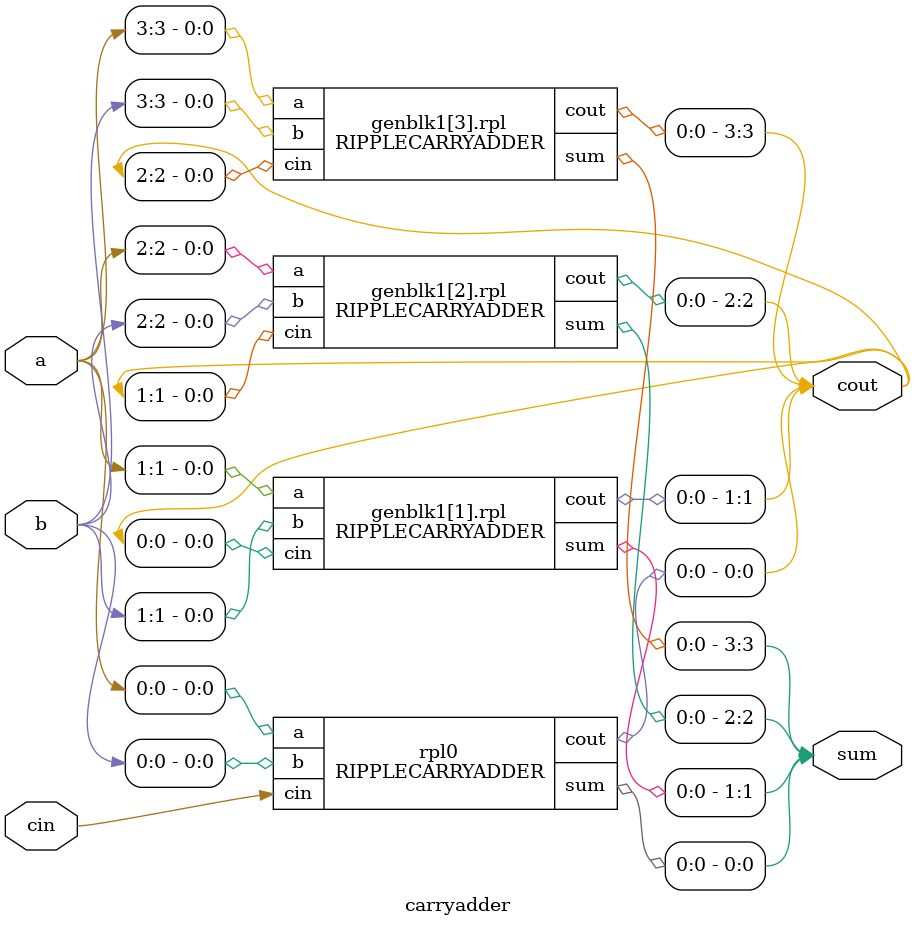
<source format=v>
`timescale 1ns / 1ps


module RIPPLECARRYADDER(input a,b,cin, output sum,cout);
assign sum=a^b^cin;
assign cout=(a&b)|(b&cin)|(a&cin);
endmodule


module carryadder #(parameter size = 4)(input [size-1:0]a,b, input cin, output [size-1:0]sum,cout);
genvar g;
RIPPLECARRYADDER rpl0(a[0],b[0],cin,sum[0],cout[0]);
generate
for (g=1; g<size; g=g+1) begin
RIPPLECARRYADDER rpl(a[g],b[g],cout[g-1],sum[g],cout[g]);
end
endgenerate
endmodule


</source>
